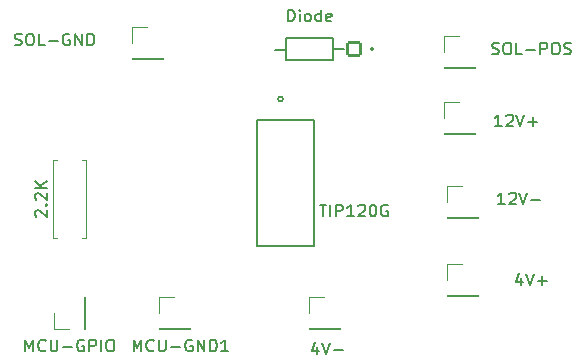
<source format=gto>
G04 #@! TF.GenerationSoftware,KiCad,Pcbnew,7.0.10*
G04 #@! TF.CreationDate,2025-02-21T18:10:01-05:00*
G04 #@! TF.ProjectId,sol pcb,736f6c20-7063-4622-9e6b-696361645f70,rev?*
G04 #@! TF.SameCoordinates,Original*
G04 #@! TF.FileFunction,Legend,Top*
G04 #@! TF.FilePolarity,Positive*
%FSLAX46Y46*%
G04 Gerber Fmt 4.6, Leading zero omitted, Abs format (unit mm)*
G04 Created by KiCad (PCBNEW 7.0.10) date 2025-02-21 18:10:01*
%MOMM*%
%LPD*%
G01*
G04 APERTURE LIST*
G04 Aperture macros list*
%AMRoundRect*
0 Rectangle with rounded corners*
0 $1 Rounding radius*
0 $2 $3 $4 $5 $6 $7 $8 $9 X,Y pos of 4 corners*
0 Add a 4 corners polygon primitive as box body*
4,1,4,$2,$3,$4,$5,$6,$7,$8,$9,$2,$3,0*
0 Add four circle primitives for the rounded corners*
1,1,$1+$1,$2,$3*
1,1,$1+$1,$4,$5*
1,1,$1+$1,$6,$7*
1,1,$1+$1,$8,$9*
0 Add four rect primitives between the rounded corners*
20,1,$1+$1,$2,$3,$4,$5,0*
20,1,$1+$1,$4,$5,$6,$7,0*
20,1,$1+$1,$6,$7,$8,$9,0*
20,1,$1+$1,$8,$9,$2,$3,0*%
G04 Aperture macros list end*
%ADD10C,0.150000*%
%ADD11C,0.120000*%
%ADD12C,0.127000*%
%ADD13C,0.200000*%
%ADD14C,0.152400*%
%ADD15R,1.700000X1.700000*%
%ADD16RoundRect,0.102000X0.550000X0.550000X-0.550000X0.550000X-0.550000X-0.550000X0.550000X-0.550000X0*%
%ADD17C,1.304000*%
%ADD18C,1.600000*%
%ADD19O,1.600000X1.600000*%
%ADD20R,1.651000X1.651000*%
%ADD21C,1.651000*%
G04 APERTURE END LIST*
D10*
X171227904Y-51762819D02*
X170656476Y-51762819D01*
X170942190Y-51762819D02*
X170942190Y-50762819D01*
X170942190Y-50762819D02*
X170846952Y-50905676D01*
X170846952Y-50905676D02*
X170751714Y-51000914D01*
X170751714Y-51000914D02*
X170656476Y-51048533D01*
X171608857Y-50858057D02*
X171656476Y-50810438D01*
X171656476Y-50810438D02*
X171751714Y-50762819D01*
X171751714Y-50762819D02*
X171989809Y-50762819D01*
X171989809Y-50762819D02*
X172085047Y-50810438D01*
X172085047Y-50810438D02*
X172132666Y-50858057D01*
X172132666Y-50858057D02*
X172180285Y-50953295D01*
X172180285Y-50953295D02*
X172180285Y-51048533D01*
X172180285Y-51048533D02*
X172132666Y-51191390D01*
X172132666Y-51191390D02*
X171561238Y-51762819D01*
X171561238Y-51762819D02*
X172180285Y-51762819D01*
X172466000Y-50762819D02*
X172799333Y-51762819D01*
X172799333Y-51762819D02*
X173132666Y-50762819D01*
X173466000Y-51381866D02*
X174227905Y-51381866D01*
X173846952Y-51762819D02*
X173846952Y-51000914D01*
X155606857Y-70400152D02*
X155606857Y-71066819D01*
X155368762Y-70019200D02*
X155130667Y-70733485D01*
X155130667Y-70733485D02*
X155749714Y-70733485D01*
X155987810Y-70066819D02*
X156321143Y-71066819D01*
X156321143Y-71066819D02*
X156654476Y-70066819D01*
X156987810Y-70685866D02*
X157749715Y-70685866D01*
X171481904Y-58366819D02*
X170910476Y-58366819D01*
X171196190Y-58366819D02*
X171196190Y-57366819D01*
X171196190Y-57366819D02*
X171100952Y-57509676D01*
X171100952Y-57509676D02*
X171005714Y-57604914D01*
X171005714Y-57604914D02*
X170910476Y-57652533D01*
X171862857Y-57462057D02*
X171910476Y-57414438D01*
X171910476Y-57414438D02*
X172005714Y-57366819D01*
X172005714Y-57366819D02*
X172243809Y-57366819D01*
X172243809Y-57366819D02*
X172339047Y-57414438D01*
X172339047Y-57414438D02*
X172386666Y-57462057D01*
X172386666Y-57462057D02*
X172434285Y-57557295D01*
X172434285Y-57557295D02*
X172434285Y-57652533D01*
X172434285Y-57652533D02*
X172386666Y-57795390D01*
X172386666Y-57795390D02*
X171815238Y-58366819D01*
X171815238Y-58366819D02*
X172434285Y-58366819D01*
X172720000Y-57366819D02*
X173053333Y-58366819D01*
X173053333Y-58366819D02*
X173386666Y-57366819D01*
X173720000Y-57985866D02*
X174481905Y-57985866D01*
X153106667Y-42872819D02*
X153106667Y-41872819D01*
X153106667Y-41872819D02*
X153344762Y-41872819D01*
X153344762Y-41872819D02*
X153487619Y-41920438D01*
X153487619Y-41920438D02*
X153582857Y-42015676D01*
X153582857Y-42015676D02*
X153630476Y-42110914D01*
X153630476Y-42110914D02*
X153678095Y-42301390D01*
X153678095Y-42301390D02*
X153678095Y-42444247D01*
X153678095Y-42444247D02*
X153630476Y-42634723D01*
X153630476Y-42634723D02*
X153582857Y-42729961D01*
X153582857Y-42729961D02*
X153487619Y-42825200D01*
X153487619Y-42825200D02*
X153344762Y-42872819D01*
X153344762Y-42872819D02*
X153106667Y-42872819D01*
X154106667Y-42872819D02*
X154106667Y-42206152D01*
X154106667Y-41872819D02*
X154059048Y-41920438D01*
X154059048Y-41920438D02*
X154106667Y-41968057D01*
X154106667Y-41968057D02*
X154154286Y-41920438D01*
X154154286Y-41920438D02*
X154106667Y-41872819D01*
X154106667Y-41872819D02*
X154106667Y-41968057D01*
X154725714Y-42872819D02*
X154630476Y-42825200D01*
X154630476Y-42825200D02*
X154582857Y-42777580D01*
X154582857Y-42777580D02*
X154535238Y-42682342D01*
X154535238Y-42682342D02*
X154535238Y-42396628D01*
X154535238Y-42396628D02*
X154582857Y-42301390D01*
X154582857Y-42301390D02*
X154630476Y-42253771D01*
X154630476Y-42253771D02*
X154725714Y-42206152D01*
X154725714Y-42206152D02*
X154868571Y-42206152D01*
X154868571Y-42206152D02*
X154963809Y-42253771D01*
X154963809Y-42253771D02*
X155011428Y-42301390D01*
X155011428Y-42301390D02*
X155059047Y-42396628D01*
X155059047Y-42396628D02*
X155059047Y-42682342D01*
X155059047Y-42682342D02*
X155011428Y-42777580D01*
X155011428Y-42777580D02*
X154963809Y-42825200D01*
X154963809Y-42825200D02*
X154868571Y-42872819D01*
X154868571Y-42872819D02*
X154725714Y-42872819D01*
X155916190Y-42872819D02*
X155916190Y-41872819D01*
X155916190Y-42825200D02*
X155820952Y-42872819D01*
X155820952Y-42872819D02*
X155630476Y-42872819D01*
X155630476Y-42872819D02*
X155535238Y-42825200D01*
X155535238Y-42825200D02*
X155487619Y-42777580D01*
X155487619Y-42777580D02*
X155440000Y-42682342D01*
X155440000Y-42682342D02*
X155440000Y-42396628D01*
X155440000Y-42396628D02*
X155487619Y-42301390D01*
X155487619Y-42301390D02*
X155535238Y-42253771D01*
X155535238Y-42253771D02*
X155630476Y-42206152D01*
X155630476Y-42206152D02*
X155820952Y-42206152D01*
X155820952Y-42206152D02*
X155916190Y-42253771D01*
X156773333Y-42825200D02*
X156678095Y-42872819D01*
X156678095Y-42872819D02*
X156487619Y-42872819D01*
X156487619Y-42872819D02*
X156392381Y-42825200D01*
X156392381Y-42825200D02*
X156344762Y-42729961D01*
X156344762Y-42729961D02*
X156344762Y-42349009D01*
X156344762Y-42349009D02*
X156392381Y-42253771D01*
X156392381Y-42253771D02*
X156487619Y-42206152D01*
X156487619Y-42206152D02*
X156678095Y-42206152D01*
X156678095Y-42206152D02*
X156773333Y-42253771D01*
X156773333Y-42253771D02*
X156820952Y-42349009D01*
X156820952Y-42349009D02*
X156820952Y-42444247D01*
X156820952Y-42444247D02*
X156344762Y-42539485D01*
X172878857Y-64558152D02*
X172878857Y-65224819D01*
X172640762Y-64177200D02*
X172402667Y-64891485D01*
X172402667Y-64891485D02*
X173021714Y-64891485D01*
X173259810Y-64224819D02*
X173593143Y-65224819D01*
X173593143Y-65224819D02*
X173926476Y-64224819D01*
X174259810Y-64843866D02*
X175021715Y-64843866D01*
X174640762Y-65224819D02*
X174640762Y-64462914D01*
X140041810Y-70812819D02*
X140041810Y-69812819D01*
X140041810Y-69812819D02*
X140375143Y-70527104D01*
X140375143Y-70527104D02*
X140708476Y-69812819D01*
X140708476Y-69812819D02*
X140708476Y-70812819D01*
X141756095Y-70717580D02*
X141708476Y-70765200D01*
X141708476Y-70765200D02*
X141565619Y-70812819D01*
X141565619Y-70812819D02*
X141470381Y-70812819D01*
X141470381Y-70812819D02*
X141327524Y-70765200D01*
X141327524Y-70765200D02*
X141232286Y-70669961D01*
X141232286Y-70669961D02*
X141184667Y-70574723D01*
X141184667Y-70574723D02*
X141137048Y-70384247D01*
X141137048Y-70384247D02*
X141137048Y-70241390D01*
X141137048Y-70241390D02*
X141184667Y-70050914D01*
X141184667Y-70050914D02*
X141232286Y-69955676D01*
X141232286Y-69955676D02*
X141327524Y-69860438D01*
X141327524Y-69860438D02*
X141470381Y-69812819D01*
X141470381Y-69812819D02*
X141565619Y-69812819D01*
X141565619Y-69812819D02*
X141708476Y-69860438D01*
X141708476Y-69860438D02*
X141756095Y-69908057D01*
X142184667Y-69812819D02*
X142184667Y-70622342D01*
X142184667Y-70622342D02*
X142232286Y-70717580D01*
X142232286Y-70717580D02*
X142279905Y-70765200D01*
X142279905Y-70765200D02*
X142375143Y-70812819D01*
X142375143Y-70812819D02*
X142565619Y-70812819D01*
X142565619Y-70812819D02*
X142660857Y-70765200D01*
X142660857Y-70765200D02*
X142708476Y-70717580D01*
X142708476Y-70717580D02*
X142756095Y-70622342D01*
X142756095Y-70622342D02*
X142756095Y-69812819D01*
X143232286Y-70431866D02*
X143994191Y-70431866D01*
X144994190Y-69860438D02*
X144898952Y-69812819D01*
X144898952Y-69812819D02*
X144756095Y-69812819D01*
X144756095Y-69812819D02*
X144613238Y-69860438D01*
X144613238Y-69860438D02*
X144518000Y-69955676D01*
X144518000Y-69955676D02*
X144470381Y-70050914D01*
X144470381Y-70050914D02*
X144422762Y-70241390D01*
X144422762Y-70241390D02*
X144422762Y-70384247D01*
X144422762Y-70384247D02*
X144470381Y-70574723D01*
X144470381Y-70574723D02*
X144518000Y-70669961D01*
X144518000Y-70669961D02*
X144613238Y-70765200D01*
X144613238Y-70765200D02*
X144756095Y-70812819D01*
X144756095Y-70812819D02*
X144851333Y-70812819D01*
X144851333Y-70812819D02*
X144994190Y-70765200D01*
X144994190Y-70765200D02*
X145041809Y-70717580D01*
X145041809Y-70717580D02*
X145041809Y-70384247D01*
X145041809Y-70384247D02*
X144851333Y-70384247D01*
X145470381Y-70812819D02*
X145470381Y-69812819D01*
X145470381Y-69812819D02*
X146041809Y-70812819D01*
X146041809Y-70812819D02*
X146041809Y-69812819D01*
X146518000Y-70812819D02*
X146518000Y-69812819D01*
X146518000Y-69812819D02*
X146756095Y-69812819D01*
X146756095Y-69812819D02*
X146898952Y-69860438D01*
X146898952Y-69860438D02*
X146994190Y-69955676D01*
X146994190Y-69955676D02*
X147041809Y-70050914D01*
X147041809Y-70050914D02*
X147089428Y-70241390D01*
X147089428Y-70241390D02*
X147089428Y-70384247D01*
X147089428Y-70384247D02*
X147041809Y-70574723D01*
X147041809Y-70574723D02*
X146994190Y-70669961D01*
X146994190Y-70669961D02*
X146898952Y-70765200D01*
X146898952Y-70765200D02*
X146756095Y-70812819D01*
X146756095Y-70812819D02*
X146518000Y-70812819D01*
X148041809Y-70812819D02*
X147470381Y-70812819D01*
X147756095Y-70812819D02*
X147756095Y-69812819D01*
X147756095Y-69812819D02*
X147660857Y-69955676D01*
X147660857Y-69955676D02*
X147565619Y-70050914D01*
X147565619Y-70050914D02*
X147470381Y-70098533D01*
X131800057Y-59411999D02*
X131752438Y-59364380D01*
X131752438Y-59364380D02*
X131704819Y-59269142D01*
X131704819Y-59269142D02*
X131704819Y-59031047D01*
X131704819Y-59031047D02*
X131752438Y-58935809D01*
X131752438Y-58935809D02*
X131800057Y-58888190D01*
X131800057Y-58888190D02*
X131895295Y-58840571D01*
X131895295Y-58840571D02*
X131990533Y-58840571D01*
X131990533Y-58840571D02*
X132133390Y-58888190D01*
X132133390Y-58888190D02*
X132704819Y-59459618D01*
X132704819Y-59459618D02*
X132704819Y-58840571D01*
X132609580Y-58411999D02*
X132657200Y-58364380D01*
X132657200Y-58364380D02*
X132704819Y-58411999D01*
X132704819Y-58411999D02*
X132657200Y-58459618D01*
X132657200Y-58459618D02*
X132609580Y-58411999D01*
X132609580Y-58411999D02*
X132704819Y-58411999D01*
X131800057Y-57983428D02*
X131752438Y-57935809D01*
X131752438Y-57935809D02*
X131704819Y-57840571D01*
X131704819Y-57840571D02*
X131704819Y-57602476D01*
X131704819Y-57602476D02*
X131752438Y-57507238D01*
X131752438Y-57507238D02*
X131800057Y-57459619D01*
X131800057Y-57459619D02*
X131895295Y-57412000D01*
X131895295Y-57412000D02*
X131990533Y-57412000D01*
X131990533Y-57412000D02*
X132133390Y-57459619D01*
X132133390Y-57459619D02*
X132704819Y-58031047D01*
X132704819Y-58031047D02*
X132704819Y-57412000D01*
X132704819Y-56983428D02*
X131704819Y-56983428D01*
X132704819Y-56412000D02*
X132133390Y-56840571D01*
X131704819Y-56412000D02*
X132276247Y-56983428D01*
X129992857Y-44857200D02*
X130135714Y-44904819D01*
X130135714Y-44904819D02*
X130373809Y-44904819D01*
X130373809Y-44904819D02*
X130469047Y-44857200D01*
X130469047Y-44857200D02*
X130516666Y-44809580D01*
X130516666Y-44809580D02*
X130564285Y-44714342D01*
X130564285Y-44714342D02*
X130564285Y-44619104D01*
X130564285Y-44619104D02*
X130516666Y-44523866D01*
X130516666Y-44523866D02*
X130469047Y-44476247D01*
X130469047Y-44476247D02*
X130373809Y-44428628D01*
X130373809Y-44428628D02*
X130183333Y-44381009D01*
X130183333Y-44381009D02*
X130088095Y-44333390D01*
X130088095Y-44333390D02*
X130040476Y-44285771D01*
X130040476Y-44285771D02*
X129992857Y-44190533D01*
X129992857Y-44190533D02*
X129992857Y-44095295D01*
X129992857Y-44095295D02*
X130040476Y-44000057D01*
X130040476Y-44000057D02*
X130088095Y-43952438D01*
X130088095Y-43952438D02*
X130183333Y-43904819D01*
X130183333Y-43904819D02*
X130421428Y-43904819D01*
X130421428Y-43904819D02*
X130564285Y-43952438D01*
X131183333Y-43904819D02*
X131373809Y-43904819D01*
X131373809Y-43904819D02*
X131469047Y-43952438D01*
X131469047Y-43952438D02*
X131564285Y-44047676D01*
X131564285Y-44047676D02*
X131611904Y-44238152D01*
X131611904Y-44238152D02*
X131611904Y-44571485D01*
X131611904Y-44571485D02*
X131564285Y-44761961D01*
X131564285Y-44761961D02*
X131469047Y-44857200D01*
X131469047Y-44857200D02*
X131373809Y-44904819D01*
X131373809Y-44904819D02*
X131183333Y-44904819D01*
X131183333Y-44904819D02*
X131088095Y-44857200D01*
X131088095Y-44857200D02*
X130992857Y-44761961D01*
X130992857Y-44761961D02*
X130945238Y-44571485D01*
X130945238Y-44571485D02*
X130945238Y-44238152D01*
X130945238Y-44238152D02*
X130992857Y-44047676D01*
X130992857Y-44047676D02*
X131088095Y-43952438D01*
X131088095Y-43952438D02*
X131183333Y-43904819D01*
X132516666Y-44904819D02*
X132040476Y-44904819D01*
X132040476Y-44904819D02*
X132040476Y-43904819D01*
X132850000Y-44523866D02*
X133611905Y-44523866D01*
X134611904Y-43952438D02*
X134516666Y-43904819D01*
X134516666Y-43904819D02*
X134373809Y-43904819D01*
X134373809Y-43904819D02*
X134230952Y-43952438D01*
X134230952Y-43952438D02*
X134135714Y-44047676D01*
X134135714Y-44047676D02*
X134088095Y-44142914D01*
X134088095Y-44142914D02*
X134040476Y-44333390D01*
X134040476Y-44333390D02*
X134040476Y-44476247D01*
X134040476Y-44476247D02*
X134088095Y-44666723D01*
X134088095Y-44666723D02*
X134135714Y-44761961D01*
X134135714Y-44761961D02*
X134230952Y-44857200D01*
X134230952Y-44857200D02*
X134373809Y-44904819D01*
X134373809Y-44904819D02*
X134469047Y-44904819D01*
X134469047Y-44904819D02*
X134611904Y-44857200D01*
X134611904Y-44857200D02*
X134659523Y-44809580D01*
X134659523Y-44809580D02*
X134659523Y-44476247D01*
X134659523Y-44476247D02*
X134469047Y-44476247D01*
X135088095Y-44904819D02*
X135088095Y-43904819D01*
X135088095Y-43904819D02*
X135659523Y-44904819D01*
X135659523Y-44904819D02*
X135659523Y-43904819D01*
X136135714Y-44904819D02*
X136135714Y-43904819D01*
X136135714Y-43904819D02*
X136373809Y-43904819D01*
X136373809Y-43904819D02*
X136516666Y-43952438D01*
X136516666Y-43952438D02*
X136611904Y-44047676D01*
X136611904Y-44047676D02*
X136659523Y-44142914D01*
X136659523Y-44142914D02*
X136707142Y-44333390D01*
X136707142Y-44333390D02*
X136707142Y-44476247D01*
X136707142Y-44476247D02*
X136659523Y-44666723D01*
X136659523Y-44666723D02*
X136611904Y-44761961D01*
X136611904Y-44761961D02*
X136516666Y-44857200D01*
X136516666Y-44857200D02*
X136373809Y-44904819D01*
X136373809Y-44904819D02*
X136135714Y-44904819D01*
X155797619Y-58382819D02*
X156369047Y-58382819D01*
X156083333Y-59382819D02*
X156083333Y-58382819D01*
X156702381Y-59382819D02*
X156702381Y-58382819D01*
X157178571Y-59382819D02*
X157178571Y-58382819D01*
X157178571Y-58382819D02*
X157559523Y-58382819D01*
X157559523Y-58382819D02*
X157654761Y-58430438D01*
X157654761Y-58430438D02*
X157702380Y-58478057D01*
X157702380Y-58478057D02*
X157749999Y-58573295D01*
X157749999Y-58573295D02*
X157749999Y-58716152D01*
X157749999Y-58716152D02*
X157702380Y-58811390D01*
X157702380Y-58811390D02*
X157654761Y-58859009D01*
X157654761Y-58859009D02*
X157559523Y-58906628D01*
X157559523Y-58906628D02*
X157178571Y-58906628D01*
X158702380Y-59382819D02*
X158130952Y-59382819D01*
X158416666Y-59382819D02*
X158416666Y-58382819D01*
X158416666Y-58382819D02*
X158321428Y-58525676D01*
X158321428Y-58525676D02*
X158226190Y-58620914D01*
X158226190Y-58620914D02*
X158130952Y-58668533D01*
X159083333Y-58478057D02*
X159130952Y-58430438D01*
X159130952Y-58430438D02*
X159226190Y-58382819D01*
X159226190Y-58382819D02*
X159464285Y-58382819D01*
X159464285Y-58382819D02*
X159559523Y-58430438D01*
X159559523Y-58430438D02*
X159607142Y-58478057D01*
X159607142Y-58478057D02*
X159654761Y-58573295D01*
X159654761Y-58573295D02*
X159654761Y-58668533D01*
X159654761Y-58668533D02*
X159607142Y-58811390D01*
X159607142Y-58811390D02*
X159035714Y-59382819D01*
X159035714Y-59382819D02*
X159654761Y-59382819D01*
X160273809Y-58382819D02*
X160369047Y-58382819D01*
X160369047Y-58382819D02*
X160464285Y-58430438D01*
X160464285Y-58430438D02*
X160511904Y-58478057D01*
X160511904Y-58478057D02*
X160559523Y-58573295D01*
X160559523Y-58573295D02*
X160607142Y-58763771D01*
X160607142Y-58763771D02*
X160607142Y-59001866D01*
X160607142Y-59001866D02*
X160559523Y-59192342D01*
X160559523Y-59192342D02*
X160511904Y-59287580D01*
X160511904Y-59287580D02*
X160464285Y-59335200D01*
X160464285Y-59335200D02*
X160369047Y-59382819D01*
X160369047Y-59382819D02*
X160273809Y-59382819D01*
X160273809Y-59382819D02*
X160178571Y-59335200D01*
X160178571Y-59335200D02*
X160130952Y-59287580D01*
X160130952Y-59287580D02*
X160083333Y-59192342D01*
X160083333Y-59192342D02*
X160035714Y-59001866D01*
X160035714Y-59001866D02*
X160035714Y-58763771D01*
X160035714Y-58763771D02*
X160083333Y-58573295D01*
X160083333Y-58573295D02*
X160130952Y-58478057D01*
X160130952Y-58478057D02*
X160178571Y-58430438D01*
X160178571Y-58430438D02*
X160273809Y-58382819D01*
X161559523Y-58430438D02*
X161464285Y-58382819D01*
X161464285Y-58382819D02*
X161321428Y-58382819D01*
X161321428Y-58382819D02*
X161178571Y-58430438D01*
X161178571Y-58430438D02*
X161083333Y-58525676D01*
X161083333Y-58525676D02*
X161035714Y-58620914D01*
X161035714Y-58620914D02*
X160988095Y-58811390D01*
X160988095Y-58811390D02*
X160988095Y-58954247D01*
X160988095Y-58954247D02*
X161035714Y-59144723D01*
X161035714Y-59144723D02*
X161083333Y-59239961D01*
X161083333Y-59239961D02*
X161178571Y-59335200D01*
X161178571Y-59335200D02*
X161321428Y-59382819D01*
X161321428Y-59382819D02*
X161416666Y-59382819D01*
X161416666Y-59382819D02*
X161559523Y-59335200D01*
X161559523Y-59335200D02*
X161607142Y-59287580D01*
X161607142Y-59287580D02*
X161607142Y-58954247D01*
X161607142Y-58954247D02*
X161416666Y-58954247D01*
X130881905Y-70812819D02*
X130881905Y-69812819D01*
X130881905Y-69812819D02*
X131215238Y-70527104D01*
X131215238Y-70527104D02*
X131548571Y-69812819D01*
X131548571Y-69812819D02*
X131548571Y-70812819D01*
X132596190Y-70717580D02*
X132548571Y-70765200D01*
X132548571Y-70765200D02*
X132405714Y-70812819D01*
X132405714Y-70812819D02*
X132310476Y-70812819D01*
X132310476Y-70812819D02*
X132167619Y-70765200D01*
X132167619Y-70765200D02*
X132072381Y-70669961D01*
X132072381Y-70669961D02*
X132024762Y-70574723D01*
X132024762Y-70574723D02*
X131977143Y-70384247D01*
X131977143Y-70384247D02*
X131977143Y-70241390D01*
X131977143Y-70241390D02*
X132024762Y-70050914D01*
X132024762Y-70050914D02*
X132072381Y-69955676D01*
X132072381Y-69955676D02*
X132167619Y-69860438D01*
X132167619Y-69860438D02*
X132310476Y-69812819D01*
X132310476Y-69812819D02*
X132405714Y-69812819D01*
X132405714Y-69812819D02*
X132548571Y-69860438D01*
X132548571Y-69860438D02*
X132596190Y-69908057D01*
X133024762Y-69812819D02*
X133024762Y-70622342D01*
X133024762Y-70622342D02*
X133072381Y-70717580D01*
X133072381Y-70717580D02*
X133120000Y-70765200D01*
X133120000Y-70765200D02*
X133215238Y-70812819D01*
X133215238Y-70812819D02*
X133405714Y-70812819D01*
X133405714Y-70812819D02*
X133500952Y-70765200D01*
X133500952Y-70765200D02*
X133548571Y-70717580D01*
X133548571Y-70717580D02*
X133596190Y-70622342D01*
X133596190Y-70622342D02*
X133596190Y-69812819D01*
X134072381Y-70431866D02*
X134834286Y-70431866D01*
X135834285Y-69860438D02*
X135739047Y-69812819D01*
X135739047Y-69812819D02*
X135596190Y-69812819D01*
X135596190Y-69812819D02*
X135453333Y-69860438D01*
X135453333Y-69860438D02*
X135358095Y-69955676D01*
X135358095Y-69955676D02*
X135310476Y-70050914D01*
X135310476Y-70050914D02*
X135262857Y-70241390D01*
X135262857Y-70241390D02*
X135262857Y-70384247D01*
X135262857Y-70384247D02*
X135310476Y-70574723D01*
X135310476Y-70574723D02*
X135358095Y-70669961D01*
X135358095Y-70669961D02*
X135453333Y-70765200D01*
X135453333Y-70765200D02*
X135596190Y-70812819D01*
X135596190Y-70812819D02*
X135691428Y-70812819D01*
X135691428Y-70812819D02*
X135834285Y-70765200D01*
X135834285Y-70765200D02*
X135881904Y-70717580D01*
X135881904Y-70717580D02*
X135881904Y-70384247D01*
X135881904Y-70384247D02*
X135691428Y-70384247D01*
X136310476Y-70812819D02*
X136310476Y-69812819D01*
X136310476Y-69812819D02*
X136691428Y-69812819D01*
X136691428Y-69812819D02*
X136786666Y-69860438D01*
X136786666Y-69860438D02*
X136834285Y-69908057D01*
X136834285Y-69908057D02*
X136881904Y-70003295D01*
X136881904Y-70003295D02*
X136881904Y-70146152D01*
X136881904Y-70146152D02*
X136834285Y-70241390D01*
X136834285Y-70241390D02*
X136786666Y-70289009D01*
X136786666Y-70289009D02*
X136691428Y-70336628D01*
X136691428Y-70336628D02*
X136310476Y-70336628D01*
X137310476Y-70812819D02*
X137310476Y-69812819D01*
X137977142Y-69812819D02*
X138167618Y-69812819D01*
X138167618Y-69812819D02*
X138262856Y-69860438D01*
X138262856Y-69860438D02*
X138358094Y-69955676D01*
X138358094Y-69955676D02*
X138405713Y-70146152D01*
X138405713Y-70146152D02*
X138405713Y-70479485D01*
X138405713Y-70479485D02*
X138358094Y-70669961D01*
X138358094Y-70669961D02*
X138262856Y-70765200D01*
X138262856Y-70765200D02*
X138167618Y-70812819D01*
X138167618Y-70812819D02*
X137977142Y-70812819D01*
X137977142Y-70812819D02*
X137881904Y-70765200D01*
X137881904Y-70765200D02*
X137786666Y-70669961D01*
X137786666Y-70669961D02*
X137739047Y-70479485D01*
X137739047Y-70479485D02*
X137739047Y-70146152D01*
X137739047Y-70146152D02*
X137786666Y-69955676D01*
X137786666Y-69955676D02*
X137881904Y-69860438D01*
X137881904Y-69860438D02*
X137977142Y-69812819D01*
X170402667Y-45619200D02*
X170545524Y-45666819D01*
X170545524Y-45666819D02*
X170783619Y-45666819D01*
X170783619Y-45666819D02*
X170878857Y-45619200D01*
X170878857Y-45619200D02*
X170926476Y-45571580D01*
X170926476Y-45571580D02*
X170974095Y-45476342D01*
X170974095Y-45476342D02*
X170974095Y-45381104D01*
X170974095Y-45381104D02*
X170926476Y-45285866D01*
X170926476Y-45285866D02*
X170878857Y-45238247D01*
X170878857Y-45238247D02*
X170783619Y-45190628D01*
X170783619Y-45190628D02*
X170593143Y-45143009D01*
X170593143Y-45143009D02*
X170497905Y-45095390D01*
X170497905Y-45095390D02*
X170450286Y-45047771D01*
X170450286Y-45047771D02*
X170402667Y-44952533D01*
X170402667Y-44952533D02*
X170402667Y-44857295D01*
X170402667Y-44857295D02*
X170450286Y-44762057D01*
X170450286Y-44762057D02*
X170497905Y-44714438D01*
X170497905Y-44714438D02*
X170593143Y-44666819D01*
X170593143Y-44666819D02*
X170831238Y-44666819D01*
X170831238Y-44666819D02*
X170974095Y-44714438D01*
X171593143Y-44666819D02*
X171783619Y-44666819D01*
X171783619Y-44666819D02*
X171878857Y-44714438D01*
X171878857Y-44714438D02*
X171974095Y-44809676D01*
X171974095Y-44809676D02*
X172021714Y-45000152D01*
X172021714Y-45000152D02*
X172021714Y-45333485D01*
X172021714Y-45333485D02*
X171974095Y-45523961D01*
X171974095Y-45523961D02*
X171878857Y-45619200D01*
X171878857Y-45619200D02*
X171783619Y-45666819D01*
X171783619Y-45666819D02*
X171593143Y-45666819D01*
X171593143Y-45666819D02*
X171497905Y-45619200D01*
X171497905Y-45619200D02*
X171402667Y-45523961D01*
X171402667Y-45523961D02*
X171355048Y-45333485D01*
X171355048Y-45333485D02*
X171355048Y-45000152D01*
X171355048Y-45000152D02*
X171402667Y-44809676D01*
X171402667Y-44809676D02*
X171497905Y-44714438D01*
X171497905Y-44714438D02*
X171593143Y-44666819D01*
X172926476Y-45666819D02*
X172450286Y-45666819D01*
X172450286Y-45666819D02*
X172450286Y-44666819D01*
X173259810Y-45285866D02*
X174021715Y-45285866D01*
X174497905Y-45666819D02*
X174497905Y-44666819D01*
X174497905Y-44666819D02*
X174878857Y-44666819D01*
X174878857Y-44666819D02*
X174974095Y-44714438D01*
X174974095Y-44714438D02*
X175021714Y-44762057D01*
X175021714Y-44762057D02*
X175069333Y-44857295D01*
X175069333Y-44857295D02*
X175069333Y-45000152D01*
X175069333Y-45000152D02*
X175021714Y-45095390D01*
X175021714Y-45095390D02*
X174974095Y-45143009D01*
X174974095Y-45143009D02*
X174878857Y-45190628D01*
X174878857Y-45190628D02*
X174497905Y-45190628D01*
X175688381Y-44666819D02*
X175878857Y-44666819D01*
X175878857Y-44666819D02*
X175974095Y-44714438D01*
X175974095Y-44714438D02*
X176069333Y-44809676D01*
X176069333Y-44809676D02*
X176116952Y-45000152D01*
X176116952Y-45000152D02*
X176116952Y-45333485D01*
X176116952Y-45333485D02*
X176069333Y-45523961D01*
X176069333Y-45523961D02*
X175974095Y-45619200D01*
X175974095Y-45619200D02*
X175878857Y-45666819D01*
X175878857Y-45666819D02*
X175688381Y-45666819D01*
X175688381Y-45666819D02*
X175593143Y-45619200D01*
X175593143Y-45619200D02*
X175497905Y-45523961D01*
X175497905Y-45523961D02*
X175450286Y-45333485D01*
X175450286Y-45333485D02*
X175450286Y-45000152D01*
X175450286Y-45000152D02*
X175497905Y-44809676D01*
X175497905Y-44809676D02*
X175593143Y-44714438D01*
X175593143Y-44714438D02*
X175688381Y-44666819D01*
X176497905Y-45619200D02*
X176640762Y-45666819D01*
X176640762Y-45666819D02*
X176878857Y-45666819D01*
X176878857Y-45666819D02*
X176974095Y-45619200D01*
X176974095Y-45619200D02*
X177021714Y-45571580D01*
X177021714Y-45571580D02*
X177069333Y-45476342D01*
X177069333Y-45476342D02*
X177069333Y-45381104D01*
X177069333Y-45381104D02*
X177021714Y-45285866D01*
X177021714Y-45285866D02*
X176974095Y-45238247D01*
X176974095Y-45238247D02*
X176878857Y-45190628D01*
X176878857Y-45190628D02*
X176688381Y-45143009D01*
X176688381Y-45143009D02*
X176593143Y-45095390D01*
X176593143Y-45095390D02*
X176545524Y-45047771D01*
X176545524Y-45047771D02*
X176497905Y-44952533D01*
X176497905Y-44952533D02*
X176497905Y-44857295D01*
X176497905Y-44857295D02*
X176545524Y-44762057D01*
X176545524Y-44762057D02*
X176593143Y-44714438D01*
X176593143Y-44714438D02*
X176688381Y-44666819D01*
X176688381Y-44666819D02*
X176926476Y-44666819D01*
X176926476Y-44666819D02*
X177069333Y-44714438D01*
D11*
X166310000Y-49724000D02*
X167640000Y-49724000D01*
X166310000Y-51054000D02*
X166310000Y-49724000D01*
X166310000Y-52324000D02*
X166310000Y-52384000D01*
X166310000Y-52324000D02*
X168970000Y-52324000D01*
X166310000Y-52384000D02*
X168970000Y-52384000D01*
X168970000Y-52324000D02*
X168970000Y-52384000D01*
X154880000Y-66234000D02*
X156210000Y-66234000D01*
X154880000Y-67564000D02*
X154880000Y-66234000D01*
X154880000Y-68834000D02*
X154880000Y-68894000D01*
X154880000Y-68834000D02*
X157540000Y-68834000D01*
X154880000Y-68894000D02*
X157540000Y-68894000D01*
X157540000Y-68834000D02*
X157540000Y-68894000D01*
X166564000Y-56836000D02*
X167894000Y-56836000D01*
X166564000Y-58166000D02*
X166564000Y-56836000D01*
X166564000Y-59436000D02*
X166564000Y-59496000D01*
X166564000Y-59436000D02*
X169224000Y-59436000D01*
X166564000Y-59496000D02*
X169224000Y-59496000D01*
X169224000Y-59436000D02*
X169224000Y-59496000D01*
D12*
X156890000Y-46162000D02*
X152990000Y-46162000D01*
X156890000Y-45212000D02*
X157820000Y-45212000D01*
X156890000Y-45212000D02*
X156890000Y-46162000D01*
X156890000Y-44262000D02*
X156890000Y-45212000D01*
X152990000Y-46162000D02*
X152990000Y-45262000D01*
X152990000Y-45262000D02*
X152990000Y-44262000D01*
X152990000Y-45262000D02*
X152060000Y-45262000D01*
X152990000Y-44262000D02*
X156890000Y-44262000D01*
D13*
X160340000Y-45212000D02*
G75*
G03*
X160140000Y-45212000I-100000J0D01*
G01*
X160140000Y-45212000D02*
G75*
G03*
X160340000Y-45212000I100000J0D01*
G01*
D11*
X166564000Y-63440000D02*
X167894000Y-63440000D01*
X166564000Y-64770000D02*
X166564000Y-63440000D01*
X166564000Y-66040000D02*
X166564000Y-66100000D01*
X166564000Y-66040000D02*
X169224000Y-66040000D01*
X166564000Y-66100000D02*
X169224000Y-66100000D01*
X169224000Y-66040000D02*
X169224000Y-66100000D01*
X142180000Y-66234000D02*
X143510000Y-66234000D01*
X142180000Y-67564000D02*
X142180000Y-66234000D01*
X142180000Y-68834000D02*
X142180000Y-68894000D01*
X142180000Y-68834000D02*
X144840000Y-68834000D01*
X142180000Y-68894000D02*
X144840000Y-68894000D01*
X144840000Y-68834000D02*
X144840000Y-68894000D01*
X133250000Y-61182000D02*
X133250000Y-54642000D01*
X133580000Y-61182000D02*
X133250000Y-61182000D01*
X135660000Y-61182000D02*
X135990000Y-61182000D01*
X135990000Y-61182000D02*
X135990000Y-54642000D01*
X133250000Y-54642000D02*
X133580000Y-54642000D01*
X135990000Y-54642000D02*
X135660000Y-54642000D01*
X139894000Y-43374000D02*
X141224000Y-43374000D01*
X139894000Y-44704000D02*
X139894000Y-43374000D01*
X139894000Y-45974000D02*
X139894000Y-46034000D01*
X139894000Y-45974000D02*
X142554000Y-45974000D01*
X139894000Y-46034000D02*
X142554000Y-46034000D01*
X142554000Y-45974000D02*
X142554000Y-46034000D01*
D14*
X155333700Y-51219100D02*
X150482300Y-51219100D01*
X150482300Y-51219100D02*
X150482300Y-61887100D01*
X155333700Y-61887100D02*
X155333700Y-51219100D01*
X150482300Y-61887100D02*
X155333700Y-61887100D01*
X152679400Y-49441100D02*
G75*
G03*
X152273000Y-49441100I-203200J0D01*
G01*
X152273000Y-49441100D02*
G75*
G03*
X152679400Y-49441100I203200J0D01*
G01*
D11*
X133290000Y-68894000D02*
X133290000Y-67564000D01*
X134620000Y-68894000D02*
X133290000Y-68894000D01*
X135890000Y-68894000D02*
X135950000Y-68894000D01*
X135890000Y-68894000D02*
X135890000Y-66234000D01*
X135950000Y-68894000D02*
X135950000Y-66234000D01*
X135890000Y-66234000D02*
X135950000Y-66234000D01*
X166310000Y-44136000D02*
X167640000Y-44136000D01*
X166310000Y-45466000D02*
X166310000Y-44136000D01*
X166310000Y-46736000D02*
X166310000Y-46796000D01*
X166310000Y-46736000D02*
X168970000Y-46736000D01*
X166310000Y-46796000D02*
X168970000Y-46796000D01*
X168970000Y-46736000D02*
X168970000Y-46796000D01*
%LPC*%
D15*
X167640000Y-51054000D03*
X156210000Y-67564000D03*
X167894000Y-58166000D03*
D16*
X158690000Y-45212000D03*
D17*
X151190000Y-45212000D03*
D15*
X167894000Y-64770000D03*
X143510000Y-67564000D03*
D18*
X134620000Y-61722000D03*
D19*
X134620000Y-54102000D03*
D15*
X141224000Y-44704000D03*
D20*
X152476200Y-54013100D03*
D21*
X152476200Y-56553100D03*
X152476200Y-59093100D03*
D15*
X134620000Y-67564000D03*
X167640000Y-45466000D03*
%LPD*%
M02*

</source>
